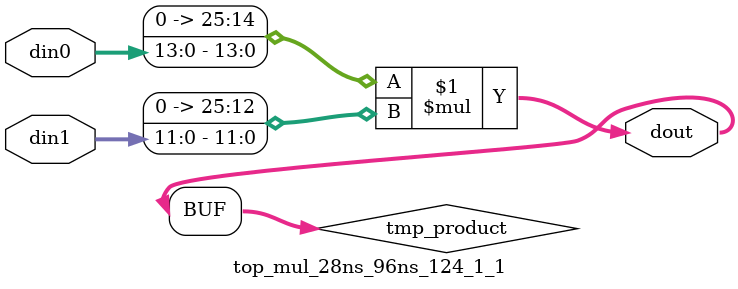
<source format=v>

`timescale 1 ns / 1 ps

  module top_mul_28ns_96ns_124_1_1(din0, din1, dout);
parameter ID = 1;
parameter NUM_STAGE = 0;
parameter din0_WIDTH = 14;
parameter din1_WIDTH = 12;
parameter dout_WIDTH = 26;

input [din0_WIDTH - 1 : 0] din0; 
input [din1_WIDTH - 1 : 0] din1; 
output [dout_WIDTH - 1 : 0] dout;

wire signed [dout_WIDTH - 1 : 0] tmp_product;










assign tmp_product = $signed({1'b0, din0}) * $signed({1'b0, din1});











assign dout = tmp_product;







endmodule

</source>
